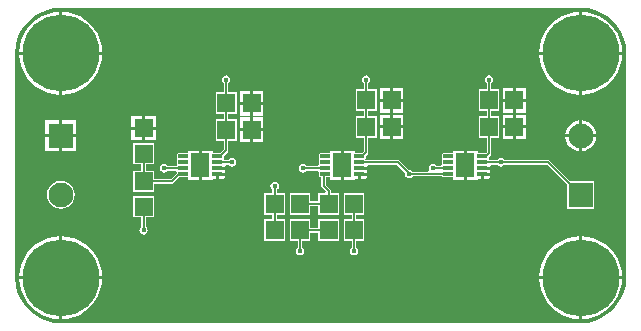
<source format=gtl>
G04*
G04 #@! TF.GenerationSoftware,Altium Limited,Altium Designer,20.0.12 (288)*
G04*
G04 Layer_Physical_Order=1*
G04 Layer_Color=255*
%FSLAX24Y24*%
%MOIN*%
G70*
G01*
G75*
%ADD11C,0.0050*%
%ADD22R,0.0630X0.0787*%
G04:AMPARAMS|DCode=23|XSize=33.9mil|YSize=10.6mil|CornerRadius=1.3mil|HoleSize=0mil|Usage=FLASHONLY|Rotation=0.000|XOffset=0mil|YOffset=0mil|HoleType=Round|Shape=RoundedRectangle|*
%AMROUNDEDRECTD23*
21,1,0.0339,0.0080,0,0,0.0*
21,1,0.0312,0.0106,0,0,0.0*
1,1,0.0027,0.0156,-0.0040*
1,1,0.0027,-0.0156,-0.0040*
1,1,0.0027,-0.0156,0.0040*
1,1,0.0027,0.0156,0.0040*
%
%ADD23ROUNDEDRECTD23*%
%ADD24R,0.0591X0.0630*%
%ADD25R,0.0630X0.0591*%
%ADD26C,0.0827*%
%ADD27R,0.0827X0.0827*%
%ADD28C,0.2559*%
%ADD29C,0.0177*%
%ADD30C,0.0197*%
G36*
X19135Y10556D02*
X19367Y10500D01*
X19587Y10409D01*
X19791Y10284D01*
X19972Y10130D01*
X20127Y9948D01*
X20252Y9745D01*
X20343Y9525D01*
X20398Y9293D01*
X20416Y9064D01*
X20413Y9055D01*
Y1575D01*
X20416Y1566D01*
X20398Y1337D01*
X20343Y1105D01*
X20252Y885D01*
X20127Y682D01*
X19972Y500D01*
X19791Y346D01*
X19587Y221D01*
X19367Y130D01*
X19135Y74D01*
X18906Y56D01*
X18898Y60D01*
X1575D01*
X1566Y56D01*
X1337Y74D01*
X1105Y130D01*
X885Y221D01*
X682Y346D01*
X500Y500D01*
X346Y682D01*
X221Y885D01*
X130Y1105D01*
X74Y1337D01*
X56Y1566D01*
X60Y1575D01*
Y9055D01*
X56Y9064D01*
X74Y9293D01*
X130Y9525D01*
X221Y9745D01*
X346Y9948D01*
X500Y10130D01*
X682Y10284D01*
X885Y10409D01*
X1105Y10500D01*
X1337Y10556D01*
X1566Y10574D01*
X1575Y10570D01*
X18898D01*
X18906Y10574D01*
X19135Y10556D01*
D02*
G37*
%LPC*%
G36*
X18948Y10435D02*
Y9105D01*
X20277D01*
X20264Y9272D01*
X20214Y9483D01*
X20131Y9683D01*
X20017Y9868D01*
X19876Y10034D01*
X19711Y10175D01*
X19526Y10288D01*
X19325Y10371D01*
X19114Y10422D01*
X18948Y10435D01*
D02*
G37*
G36*
X18848D02*
X18681Y10422D01*
X18470Y10371D01*
X18269Y10288D01*
X18084Y10175D01*
X17919Y10034D01*
X17778Y9868D01*
X17665Y9683D01*
X17582Y9483D01*
X17531Y9272D01*
X17518Y9105D01*
X18848D01*
Y10435D01*
D02*
G37*
G36*
X1625D02*
Y9105D01*
X2955D01*
X2942Y9272D01*
X2891Y9483D01*
X2808Y9683D01*
X2694Y9868D01*
X2553Y10034D01*
X2388Y10175D01*
X2203Y10288D01*
X2002Y10371D01*
X1791Y10422D01*
X1625Y10435D01*
D02*
G37*
G36*
X1525D02*
X1358Y10422D01*
X1147Y10371D01*
X947Y10288D01*
X761Y10175D01*
X596Y10034D01*
X455Y9868D01*
X342Y9683D01*
X259Y9483D01*
X208Y9272D01*
X195Y9105D01*
X1525D01*
Y10435D01*
D02*
G37*
G36*
X20277Y9005D02*
X18948D01*
Y7675D01*
X19114Y7688D01*
X19325Y7739D01*
X19526Y7822D01*
X19711Y7936D01*
X19876Y8077D01*
X20017Y8242D01*
X20131Y8427D01*
X20214Y8627D01*
X20264Y8839D01*
X20277Y9005D01*
D02*
G37*
G36*
X18848D02*
X17518D01*
X17531Y8839D01*
X17582Y8627D01*
X17665Y8427D01*
X17778Y8242D01*
X17919Y8077D01*
X18084Y7936D01*
X18269Y7822D01*
X18470Y7739D01*
X18681Y7688D01*
X18848Y7675D01*
Y9005D01*
D02*
G37*
G36*
X2955D02*
X1625D01*
Y7675D01*
X1791Y7688D01*
X2002Y7739D01*
X2203Y7822D01*
X2388Y7936D01*
X2553Y8077D01*
X2694Y8242D01*
X2808Y8427D01*
X2891Y8627D01*
X2942Y8839D01*
X2955Y9005D01*
D02*
G37*
G36*
X1525D02*
X195D01*
X208Y8839D01*
X259Y8627D01*
X342Y8427D01*
X455Y8242D01*
X596Y8077D01*
X761Y7936D01*
X947Y7822D01*
X1147Y7739D01*
X1358Y7688D01*
X1525Y7675D01*
Y9005D01*
D02*
G37*
G36*
X17088Y7895D02*
X16743D01*
Y7530D01*
X17088D01*
Y7895D01*
D02*
G37*
G36*
X16643D02*
X16298D01*
Y7530D01*
X16643D01*
Y7895D01*
D02*
G37*
G36*
X12994D02*
X12648D01*
Y7530D01*
X12994D01*
Y7895D01*
D02*
G37*
G36*
X12548D02*
X12203D01*
Y7530D01*
X12548D01*
Y7895D01*
D02*
G37*
G36*
X8328Y7797D02*
X7983D01*
Y7432D01*
X8328D01*
Y7797D01*
D02*
G37*
G36*
X7883D02*
X7538D01*
Y7432D01*
X7883D01*
Y7797D01*
D02*
G37*
G36*
X17088Y7430D02*
X16743D01*
Y7065D01*
X17088D01*
Y7430D01*
D02*
G37*
G36*
X16643D02*
X16298D01*
Y7065D01*
X16643D01*
Y7430D01*
D02*
G37*
G36*
X12994D02*
X12648D01*
Y7065D01*
X12994D01*
Y7430D01*
D02*
G37*
G36*
X12548D02*
X12203D01*
Y7065D01*
X12548D01*
Y7430D01*
D02*
G37*
G36*
X8328Y7332D02*
X7983D01*
Y6967D01*
X8328D01*
Y7332D01*
D02*
G37*
G36*
X7883D02*
X7538D01*
Y6967D01*
X7883D01*
Y7332D01*
D02*
G37*
G36*
X17088Y7009D02*
X16743D01*
Y6644D01*
X17088D01*
Y7009D01*
D02*
G37*
G36*
X16643D02*
X16298D01*
Y6644D01*
X16643D01*
Y7009D01*
D02*
G37*
G36*
X12994D02*
X12648D01*
Y6644D01*
X12994D01*
Y7009D01*
D02*
G37*
G36*
X12548D02*
X12203D01*
Y6644D01*
X12548D01*
Y7009D01*
D02*
G37*
G36*
X4746Y6950D02*
X4381D01*
Y6605D01*
X4746D01*
Y6950D01*
D02*
G37*
G36*
X4281D02*
X3916D01*
Y6605D01*
X4281D01*
Y6950D01*
D02*
G37*
G36*
X8328Y6911D02*
X7983D01*
Y6546D01*
X8328D01*
Y6911D01*
D02*
G37*
G36*
X7883D02*
X7538D01*
Y6546D01*
X7883D01*
Y6911D01*
D02*
G37*
G36*
X18948Y6810D02*
Y6349D01*
X19409D01*
X19398Y6433D01*
X19346Y6558D01*
X19264Y6665D01*
X19157Y6748D01*
X19032Y6799D01*
X18948Y6810D01*
D02*
G37*
G36*
X2088Y6813D02*
X1625D01*
Y6349D01*
X2088D01*
Y6813D01*
D02*
G37*
G36*
X1525D02*
X1061D01*
Y6349D01*
X1525D01*
Y6813D01*
D02*
G37*
G36*
X18848Y6810D02*
X18764Y6799D01*
X18639Y6748D01*
X18531Y6665D01*
X18449Y6558D01*
X18397Y6433D01*
X18386Y6349D01*
X18848D01*
Y6810D01*
D02*
G37*
G36*
X17088Y6544D02*
X16743D01*
Y6180D01*
X17088D01*
Y6544D01*
D02*
G37*
G36*
X16643D02*
X16298D01*
Y6180D01*
X16643D01*
Y6544D01*
D02*
G37*
G36*
X12994D02*
X12648D01*
Y6180D01*
X12994D01*
Y6544D01*
D02*
G37*
G36*
X12548D02*
X12203D01*
Y6180D01*
X12548D01*
Y6544D01*
D02*
G37*
G36*
X4746Y6505D02*
X4381D01*
Y6160D01*
X4746D01*
Y6505D01*
D02*
G37*
G36*
X4281D02*
X3916D01*
Y6160D01*
X4281D01*
Y6505D01*
D02*
G37*
G36*
X8328Y6446D02*
X7983D01*
Y6081D01*
X8328D01*
Y6446D01*
D02*
G37*
G36*
X7883D02*
X7538D01*
Y6081D01*
X7883D01*
Y6446D01*
D02*
G37*
G36*
X19409Y6249D02*
X18948D01*
Y5788D01*
X19032Y5799D01*
X19157Y5851D01*
X19264Y5933D01*
X19346Y6040D01*
X19398Y6165D01*
X19409Y6249D01*
D02*
G37*
G36*
X18848D02*
X18386D01*
X18397Y6165D01*
X18449Y6040D01*
X18531Y5933D01*
X18639Y5851D01*
X18764Y5799D01*
X18848Y5788D01*
Y6249D01*
D02*
G37*
G36*
X2088D02*
X1625D01*
Y5786D01*
X2088D01*
Y6249D01*
D02*
G37*
G36*
X1525D02*
X1061D01*
Y5786D01*
X1525D01*
Y6249D01*
D02*
G37*
G36*
X15846Y8311D02*
X15792Y8300D01*
X15747Y8269D01*
X15716Y8223D01*
X15705Y8169D01*
X15716Y8115D01*
X15747Y8069D01*
X15770Y8054D01*
Y7845D01*
X15501D01*
Y7115D01*
X15770D01*
Y6959D01*
X15501D01*
Y6230D01*
X15770D01*
Y5748D01*
X15736Y5715D01*
X15474D01*
Y5809D01*
X15109D01*
Y5315D01*
Y4821D01*
X15474D01*
Y4864D01*
X15574D01*
Y5020D01*
X15624D01*
Y5070D01*
X15894D01*
X15887Y5104D01*
X15877Y5118D01*
X15887Y5132D01*
X15894Y5167D01*
X15624D01*
Y5267D01*
X15894D01*
X15889Y5287D01*
X15918Y5337D01*
X16125D01*
X16140Y5313D01*
X16186Y5283D01*
X16240Y5272D01*
X16294Y5283D01*
X16340Y5313D01*
X16356Y5337D01*
X17783D01*
X18434Y4686D01*
Y3867D01*
X19361D01*
Y4794D01*
X18542D01*
X17869Y5467D01*
X17844Y5484D01*
X17815Y5490D01*
X16356D01*
X16340Y5513D01*
X16294Y5544D01*
X16240Y5555D01*
X16186Y5544D01*
X16140Y5513D01*
X16125Y5490D01*
X15858D01*
X15855Y5492D01*
X15837Y5537D01*
X15840Y5546D01*
X15845Y5570D01*
Y5606D01*
X15901Y5662D01*
X15917Y5687D01*
X15923Y5717D01*
Y6230D01*
X16192D01*
Y6959D01*
X15923D01*
Y7115D01*
X16192D01*
Y7845D01*
X15923D01*
Y8054D01*
X15946Y8069D01*
X15977Y8115D01*
X15988Y8169D01*
X15977Y8223D01*
X15946Y8269D01*
X15901Y8300D01*
X15846Y8311D01*
D02*
G37*
G36*
X11752D02*
X11698Y8300D01*
X11652Y8269D01*
X11621Y8223D01*
X11611Y8169D01*
X11621Y8115D01*
X11652Y8069D01*
X11675Y8054D01*
Y7845D01*
X11407D01*
Y7115D01*
X11675D01*
Y6959D01*
X11407D01*
Y6230D01*
X11675D01*
Y5788D01*
X11603Y5715D01*
X11366D01*
Y5809D01*
X11001D01*
Y5315D01*
Y4821D01*
X11366D01*
Y4864D01*
X11466D01*
Y5020D01*
X11516D01*
Y5070D01*
X11785D01*
X11778Y5104D01*
X11769Y5118D01*
X11778Y5132D01*
X11785Y5167D01*
X11516D01*
Y5267D01*
X11785D01*
X11781Y5287D01*
X11810Y5337D01*
X12778D01*
X13056Y5059D01*
X13048Y5020D01*
X13058Y4966D01*
X13089Y4920D01*
X13135Y4889D01*
X13189Y4878D01*
X13243Y4889D01*
X13289Y4920D01*
X13305Y4943D01*
X14286D01*
X14292Y4934D01*
X14313Y4920D01*
X14338Y4915D01*
X14644D01*
Y4821D01*
X15009D01*
Y5315D01*
Y5809D01*
X14644D01*
Y5715D01*
X14338D01*
X14313Y5710D01*
X14292Y5696D01*
X14278Y5675D01*
X14274Y5650D01*
Y5570D01*
X14278Y5546D01*
X14289Y5512D01*
X14278Y5478D01*
X14274Y5453D01*
Y5374D01*
X14278Y5349D01*
X14282Y5343D01*
X14263Y5296D01*
X14260Y5293D01*
X14092D01*
X14076Y5316D01*
X14030Y5347D01*
X13976Y5358D01*
X13922Y5347D01*
X13876Y5316D01*
X13846Y5271D01*
X13835Y5217D01*
X13846Y5162D01*
X13857Y5146D01*
X13830Y5096D01*
X13305D01*
X13289Y5120D01*
X13243Y5150D01*
X13189Y5161D01*
X13173Y5158D01*
X12863Y5467D01*
X12839Y5484D01*
X12809Y5490D01*
X11750D01*
X11747Y5492D01*
X11729Y5537D01*
X11731Y5546D01*
X11736Y5570D01*
Y5632D01*
X11806Y5702D01*
X11823Y5727D01*
X11828Y5756D01*
Y6230D01*
X12097D01*
Y6959D01*
X11828D01*
Y7115D01*
X12097D01*
Y7845D01*
X11828D01*
Y8054D01*
X11852Y8069D01*
X11883Y8115D01*
X11893Y8169D01*
X11883Y8223D01*
X11852Y8269D01*
X11806Y8300D01*
X11752Y8311D01*
D02*
G37*
G36*
X7087D02*
X7033Y8300D01*
X6987Y8269D01*
X6956Y8223D01*
X6945Y8169D01*
X6956Y8115D01*
X6987Y8069D01*
X7010Y8054D01*
Y7747D01*
X6741D01*
Y7017D01*
X7010D01*
Y6861D01*
X6741D01*
Y6131D01*
X7010D01*
Y5847D01*
X6878Y5715D01*
X6641D01*
Y5809D01*
X6276D01*
Y5315D01*
Y4821D01*
X6641D01*
Y4864D01*
X6741D01*
Y5020D01*
X6791D01*
Y5070D01*
X7061D01*
X7054Y5104D01*
X7044Y5118D01*
X7054Y5132D01*
X7061Y5167D01*
X6791D01*
Y5267D01*
X7061D01*
X7057Y5287D01*
X7085Y5337D01*
X7168D01*
X7184Y5313D01*
X7229Y5283D01*
X7283Y5272D01*
X7338Y5283D01*
X7383Y5313D01*
X7414Y5359D01*
X7425Y5413D01*
X7414Y5467D01*
X7383Y5513D01*
X7338Y5544D01*
X7283Y5555D01*
X7229Y5544D01*
X7184Y5513D01*
X7168Y5490D01*
X7025D01*
X7023Y5492D01*
X7004Y5537D01*
X7007Y5546D01*
X7012Y5570D01*
Y5632D01*
X7141Y5761D01*
X7141Y5761D01*
X7157Y5786D01*
X7163Y5815D01*
Y6131D01*
X7432D01*
Y6861D01*
X7163D01*
Y7017D01*
X7432D01*
Y7747D01*
X7163D01*
Y8054D01*
X7187Y8069D01*
X7217Y8115D01*
X7228Y8169D01*
X7217Y8223D01*
X7187Y8269D01*
X7141Y8300D01*
X7087Y8311D01*
D02*
G37*
G36*
X10901Y5809D02*
X10536D01*
Y5715D01*
X10230D01*
X10205Y5710D01*
X10184Y5696D01*
X10170Y5675D01*
X10165Y5650D01*
Y5570D01*
X10170Y5546D01*
X10180Y5512D01*
X10170Y5478D01*
X10165Y5453D01*
Y5374D01*
X10170Y5349D01*
X10174Y5343D01*
X10154Y5296D01*
X10152Y5293D01*
X9761D01*
X9746Y5316D01*
X9700Y5347D01*
X9646Y5358D01*
X9592Y5347D01*
X9546Y5316D01*
X9515Y5271D01*
X9504Y5217D01*
X9515Y5162D01*
X9546Y5117D01*
X9592Y5086D01*
X9646Y5075D01*
X9700Y5086D01*
X9746Y5117D01*
X9761Y5140D01*
X10152D01*
X10154Y5137D01*
X10173Y5093D01*
X10170Y5084D01*
X10165Y5060D01*
Y4980D01*
X10170Y4955D01*
X10184Y4934D01*
X10205Y4920D01*
X10230Y4915D01*
X10258D01*
Y4626D01*
X10264Y4597D01*
X10281Y4572D01*
X10402Y4450D01*
X10381Y4400D01*
X10157D01*
Y4112D01*
X9893D01*
Y4400D01*
X9202D01*
Y3670D01*
X9893D01*
Y3959D01*
X10157D01*
Y3670D01*
X10847D01*
Y4400D01*
X10578D01*
Y4459D01*
X10573Y4488D01*
X10556Y4513D01*
X10411Y4658D01*
Y4915D01*
X10536D01*
Y4821D01*
X10901D01*
Y5315D01*
Y5809D01*
D02*
G37*
G36*
X15894Y4970D02*
X15674D01*
Y4864D01*
X15780D01*
X15824Y4873D01*
X15862Y4898D01*
X15887Y4936D01*
X15894Y4970D01*
D02*
G37*
G36*
X11785D02*
X11566D01*
Y4864D01*
X11672D01*
X11716Y4873D01*
X11753Y4898D01*
X11778Y4936D01*
X11785Y4970D01*
D02*
G37*
G36*
X7061D02*
X6841D01*
Y4864D01*
X6947D01*
X6992Y4873D01*
X7029Y4898D01*
X7054Y4936D01*
X7061Y4970D01*
D02*
G37*
G36*
X4696Y6054D02*
X3966D01*
Y5363D01*
X4254D01*
Y5129D01*
X3966D01*
Y4438D01*
X4696D01*
Y4707D01*
X5283D01*
X5313Y4713D01*
X5338Y4729D01*
X5523Y4915D01*
X5811D01*
Y4821D01*
X6176D01*
Y5315D01*
Y5809D01*
X5811D01*
Y5715D01*
X5505D01*
X5481Y5710D01*
X5460Y5696D01*
X5446Y5675D01*
X5441Y5650D01*
Y5570D01*
X5446Y5546D01*
X5456Y5512D01*
X5446Y5478D01*
X5441Y5453D01*
Y5374D01*
X5446Y5349D01*
X5448Y5340D01*
X5430Y5296D01*
X5428Y5293D01*
X5135D01*
X5120Y5316D01*
X5074Y5347D01*
X5020Y5358D01*
X4966Y5347D01*
X4920Y5316D01*
X4889Y5271D01*
X4878Y5217D01*
X4889Y5162D01*
X4920Y5117D01*
X4966Y5086D01*
X5020Y5075D01*
X5074Y5086D01*
X5120Y5117D01*
X5135Y5140D01*
X5428D01*
X5430Y5137D01*
X5448Y5093D01*
X5446Y5084D01*
X5441Y5060D01*
Y5049D01*
X5252Y4860D01*
X4696D01*
Y5129D01*
X4407D01*
Y5363D01*
X4696D01*
Y6054D01*
D02*
G37*
G36*
X1575Y4798D02*
X1454Y4782D01*
X1341Y4735D01*
X1244Y4661D01*
X1170Y4564D01*
X1123Y4452D01*
X1107Y4331D01*
X1123Y4210D01*
X1170Y4097D01*
X1244Y4000D01*
X1341Y3926D01*
X1454Y3879D01*
X1575Y3863D01*
X1696Y3879D01*
X1808Y3926D01*
X1905Y4000D01*
X1980Y4097D01*
X2026Y4210D01*
X2042Y4331D01*
X2026Y4452D01*
X1980Y4564D01*
X1905Y4661D01*
X1808Y4735D01*
X1696Y4782D01*
X1575Y4798D01*
D02*
G37*
G36*
X10847Y3515D02*
X10157D01*
Y3226D01*
X9893D01*
Y3515D01*
X9202D01*
Y2785D01*
X9471D01*
Y2576D01*
X9447Y2561D01*
X9417Y2515D01*
X9406Y2461D01*
X9417Y2407D01*
X9447Y2361D01*
X9493Y2330D01*
X9547Y2319D01*
X9601Y2330D01*
X9647Y2361D01*
X9678Y2407D01*
X9689Y2461D01*
X9678Y2515D01*
X9647Y2561D01*
X9624Y2576D01*
Y2785D01*
X9893D01*
Y3073D01*
X10157D01*
Y2785D01*
X10847D01*
Y3515D01*
D02*
G37*
G36*
X4696Y4282D02*
X3966D01*
Y3592D01*
X4254D01*
Y3265D01*
X4231Y3250D01*
X4200Y3204D01*
X4189Y3150D01*
X4200Y3096D01*
X4231Y3050D01*
X4277Y3019D01*
X4331Y3008D01*
X4385Y3019D01*
X4431Y3050D01*
X4461Y3096D01*
X4472Y3150D01*
X4461Y3204D01*
X4431Y3250D01*
X4407Y3265D01*
Y3592D01*
X4696D01*
Y4282D01*
D02*
G37*
G36*
X8701Y4767D02*
X8647Y4757D01*
X8601Y4726D01*
X8570Y4680D01*
X8559Y4626D01*
X8570Y4572D01*
X8601Y4526D01*
X8624Y4510D01*
Y4400D01*
X8356D01*
Y3670D01*
X8624D01*
Y3515D01*
X8356D01*
Y2785D01*
X9046D01*
Y3515D01*
X8777D01*
Y3670D01*
X9046D01*
Y4400D01*
X8777D01*
Y4510D01*
X8801Y4526D01*
X8831Y4572D01*
X8842Y4626D01*
X8831Y4680D01*
X8801Y4726D01*
X8755Y4757D01*
X8701Y4767D01*
D02*
G37*
G36*
X11694Y4400D02*
X11003D01*
Y3670D01*
X11272D01*
Y3515D01*
X11003D01*
Y2785D01*
X11272D01*
Y2576D01*
X11249Y2561D01*
X11218Y2515D01*
X11207Y2461D01*
X11218Y2407D01*
X11249Y2361D01*
X11294Y2330D01*
X11348Y2319D01*
X11402Y2330D01*
X11448Y2361D01*
X11479Y2407D01*
X11490Y2461D01*
X11479Y2515D01*
X11448Y2561D01*
X11425Y2576D01*
Y2785D01*
X11694D01*
Y3515D01*
X11425D01*
Y3670D01*
X11694D01*
Y4400D01*
D02*
G37*
G36*
X18948Y2955D02*
Y1625D01*
X20277D01*
X20264Y1791D01*
X20214Y2002D01*
X20131Y2203D01*
X20017Y2388D01*
X19876Y2553D01*
X19711Y2694D01*
X19526Y2808D01*
X19325Y2891D01*
X19114Y2942D01*
X18948Y2955D01*
D02*
G37*
G36*
X18848D02*
X18681Y2942D01*
X18470Y2891D01*
X18269Y2808D01*
X18084Y2694D01*
X17919Y2553D01*
X17778Y2388D01*
X17665Y2203D01*
X17582Y2002D01*
X17531Y1791D01*
X17518Y1625D01*
X18848D01*
Y2955D01*
D02*
G37*
G36*
X1625D02*
Y1625D01*
X2955D01*
X2942Y1791D01*
X2891Y2002D01*
X2808Y2203D01*
X2694Y2388D01*
X2553Y2553D01*
X2388Y2694D01*
X2203Y2808D01*
X2002Y2891D01*
X1791Y2942D01*
X1625Y2955D01*
D02*
G37*
G36*
X1525D02*
X1358Y2942D01*
X1147Y2891D01*
X947Y2808D01*
X761Y2694D01*
X596Y2553D01*
X455Y2388D01*
X342Y2203D01*
X259Y2002D01*
X208Y1791D01*
X195Y1625D01*
X1525D01*
Y2955D01*
D02*
G37*
G36*
X20277Y1525D02*
X18948D01*
Y195D01*
X19114Y208D01*
X19325Y259D01*
X19526Y342D01*
X19711Y455D01*
X19876Y596D01*
X20017Y761D01*
X20131Y947D01*
X20214Y1147D01*
X20264Y1358D01*
X20277Y1525D01*
D02*
G37*
G36*
X18848D02*
X17518D01*
X17531Y1358D01*
X17582Y1147D01*
X17665Y947D01*
X17778Y761D01*
X17919Y596D01*
X18084Y455D01*
X18269Y342D01*
X18470Y259D01*
X18681Y208D01*
X18848Y195D01*
Y1525D01*
D02*
G37*
G36*
X2955D02*
X1625D01*
Y195D01*
X1791Y208D01*
X2002Y259D01*
X2203Y342D01*
X2388Y455D01*
X2553Y596D01*
X2694Y761D01*
X2808Y947D01*
X2891Y1147D01*
X2942Y1358D01*
X2955Y1525D01*
D02*
G37*
G36*
X1525D02*
X195D01*
X208Y1358D01*
X259Y1147D01*
X342Y947D01*
X455Y761D01*
X596Y596D01*
X761Y455D01*
X947Y342D01*
X1147Y259D01*
X1358Y208D01*
X1525Y195D01*
Y1525D01*
D02*
G37*
%LPD*%
D11*
X17815Y5413D02*
X18898Y4331D01*
X16240Y5413D02*
X17815D01*
X4331Y3937D02*
X4331Y3937D01*
X4331Y3150D02*
Y3937D01*
X12809Y5413D02*
X13203Y5020D01*
X11319Y4006D02*
X11348Y3976D01*
Y3150D02*
Y3976D01*
Y2461D02*
Y3150D01*
X11319Y4006D02*
X11348Y4035D01*
X5020Y5217D02*
X5636D01*
X15846Y5717D02*
Y6594D01*
X15740Y5610D02*
X15846Y5717D01*
X15624Y5610D02*
X15740D01*
X15846Y7480D02*
Y8169D01*
Y6594D02*
Y7480D01*
X11752Y5756D02*
Y6594D01*
X11606Y5610D02*
X11752Y5756D01*
X11490Y5610D02*
X11606D01*
X11752Y7480D02*
Y8169D01*
Y6594D02*
Y7480D01*
X7087Y5815D02*
Y6496D01*
X6882Y5610D02*
X7087Y5815D01*
X6766Y5610D02*
X6882D01*
X7087Y7382D02*
Y8169D01*
Y6496D02*
Y7382D01*
X15624Y5413D02*
X16240D01*
X16240Y5413D01*
X13976Y5217D02*
X14494D01*
X8661Y4075D02*
X8701Y4114D01*
Y4626D01*
X8661Y4075D02*
X8701Y4035D01*
X6766Y5413D02*
X7283D01*
X7283Y5413D01*
X9646Y5217D02*
X10360D01*
X9547Y2461D02*
Y3150D01*
X10502D01*
X8701D02*
Y4035D01*
X9547D02*
X10502D01*
X10335Y4994D02*
X10360Y5020D01*
X10335Y4626D02*
Y4994D01*
X10502Y4035D02*
Y4459D01*
X10335Y4626D02*
X10502Y4459D01*
X11490Y5413D02*
X12809D01*
X13203Y5020D02*
X14494D01*
X4331Y4783D02*
X5283D01*
X5520Y5020D01*
X5636D01*
X4331Y4783D02*
Y5709D01*
D22*
X15059Y5315D02*
D03*
X10951D02*
D03*
X6226D02*
D03*
D23*
X15624Y5610D02*
D03*
Y5413D02*
D03*
Y5217D02*
D03*
Y5020D02*
D03*
X14494D02*
D03*
Y5217D02*
D03*
Y5413D02*
D03*
Y5610D02*
D03*
X11516D02*
D03*
Y5413D02*
D03*
Y5217D02*
D03*
Y5020D02*
D03*
X10386D02*
D03*
Y5217D02*
D03*
Y5413D02*
D03*
Y5610D02*
D03*
X6791D02*
D03*
Y5413D02*
D03*
Y5217D02*
D03*
Y5020D02*
D03*
X5661D02*
D03*
Y5217D02*
D03*
Y5413D02*
D03*
Y5610D02*
D03*
D24*
X8701Y4035D02*
D03*
X9547D02*
D03*
X15846Y7480D02*
D03*
X16693D02*
D03*
X11752D02*
D03*
X12598D02*
D03*
X7087Y7382D02*
D03*
X7933D02*
D03*
X8701Y3150D02*
D03*
X9547D02*
D03*
X10502D02*
D03*
X11348D02*
D03*
X10502Y4035D02*
D03*
X11348D02*
D03*
X15846Y6594D02*
D03*
X16693D02*
D03*
X11752D02*
D03*
X12598D02*
D03*
X7087Y6496D02*
D03*
X7933D02*
D03*
D25*
X4331Y4783D02*
D03*
Y3937D02*
D03*
Y6555D02*
D03*
Y5709D02*
D03*
D26*
X18898Y6299D02*
D03*
X1575Y4331D02*
D03*
D27*
X18898D02*
D03*
X1575Y6299D02*
D03*
D28*
X18898Y1575D02*
D03*
Y9055D02*
D03*
X1575Y1575D02*
D03*
Y9055D02*
D03*
D29*
X4331Y3150D02*
D03*
X13189Y5020D02*
D03*
X11348Y2461D02*
D03*
X5020Y5217D02*
D03*
X15846Y8169D02*
D03*
X11752D02*
D03*
X7087D02*
D03*
X16240Y5413D02*
D03*
X13976Y5217D02*
D03*
X8701Y4626D02*
D03*
X7283Y5413D02*
D03*
X9547Y2461D02*
D03*
X9646Y5217D02*
D03*
D30*
X18898Y2525D02*
D03*
X19848Y1575D02*
D03*
X17998D02*
D03*
X18898Y625D02*
D03*
X18248Y925D02*
D03*
X18198Y2225D02*
D03*
X19548Y2275D02*
D03*
Y875D02*
D03*
X18898Y10005D02*
D03*
X19848Y9055D02*
D03*
X17998D02*
D03*
X18898Y8105D02*
D03*
X18248Y8405D02*
D03*
X18198Y9705D02*
D03*
X19548Y9755D02*
D03*
Y8355D02*
D03*
X1575Y2525D02*
D03*
X2525Y1575D02*
D03*
X675D02*
D03*
X1575Y625D02*
D03*
X925Y925D02*
D03*
X875Y2225D02*
D03*
X2225Y2275D02*
D03*
Y875D02*
D03*
X1575Y10005D02*
D03*
X2525Y9055D02*
D03*
X675D02*
D03*
X1575Y8105D02*
D03*
X925Y8405D02*
D03*
X875Y9705D02*
D03*
X2225Y9755D02*
D03*
Y8355D02*
D03*
M02*

</source>
